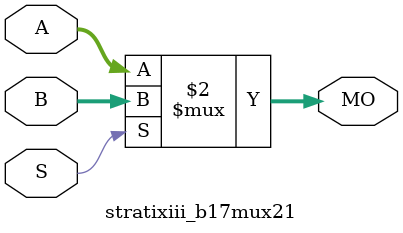
<source format=v>
module stratixiii_b17mux21 (MO, A, B, S);
   input [16:0] A, B;
   input 	S;
   output [16:0] MO; 
   assign MO = (S == 1) ? B : A; 
endmodule
</source>
